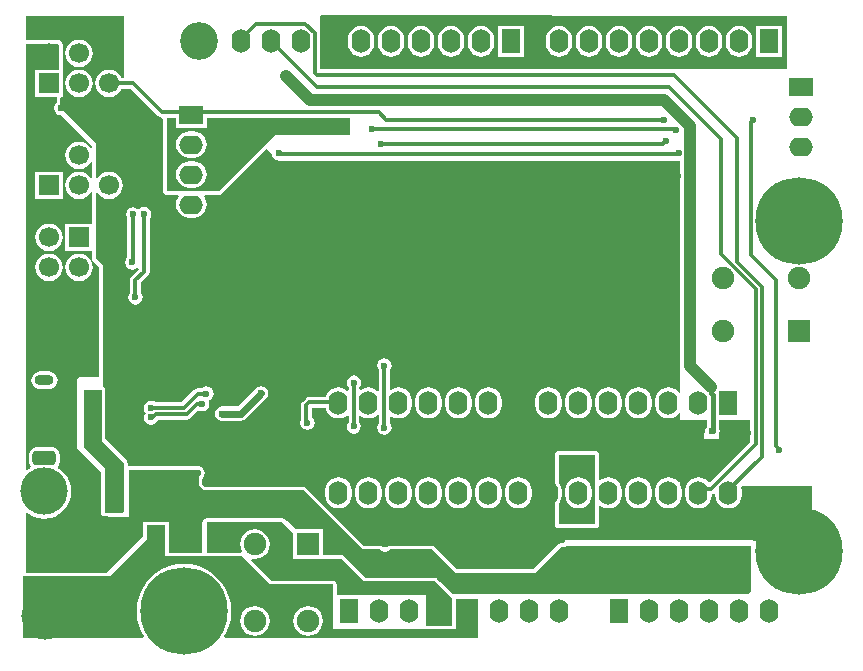
<source format=gbl>
G04*
G04 #@! TF.GenerationSoftware,Altium Limited,Altium Designer,20.1.11 (218)*
G04*
G04 Layer_Physical_Order=2*
G04 Layer_Color=16711680*
%FSLAX25Y25*%
%MOIN*%
G70*
G04*
G04 #@! TF.SameCoordinates,693C8C31-8EEC-4DF3-A6D9-A21B1C167F78*
G04*
G04*
G04 #@! TF.FilePolarity,Positive*
G04*
G01*
G75*
%ADD12C,0.01181*%
%ADD18R,0.07480X0.07480*%
%ADD59R,0.07480X0.07480*%
%ADD60C,0.07480*%
%ADD71C,0.02362*%
%ADD72C,0.03937*%
%ADD74C,0.01575*%
%ADD75O,0.06299X0.07874*%
%ADD76R,0.06299X0.07874*%
%ADD77R,0.06693X0.06693*%
%ADD78C,0.06693*%
%ADD79O,0.07874X0.06299*%
%ADD80R,0.07874X0.06299*%
G04:AMPARAMS|DCode=81|XSize=78.74mil|YSize=47.24mil|CornerRadius=11.81mil|HoleSize=0mil|Usage=FLASHONLY|Rotation=0.000|XOffset=0mil|YOffset=0mil|HoleType=Round|Shape=RoundedRectangle|*
%AMROUNDEDRECTD81*
21,1,0.07874,0.02362,0,0,0.0*
21,1,0.05512,0.04724,0,0,0.0*
1,1,0.02362,0.02756,-0.01181*
1,1,0.02362,-0.02756,-0.01181*
1,1,0.02362,-0.02756,0.01181*
1,1,0.02362,0.02756,0.01181*
%
%ADD81ROUNDEDRECTD81*%
%ADD82C,0.15748*%
%ADD83C,0.12598*%
%ADD84C,0.29134*%
%ADD85C,0.02362*%
%ADD86O,0.06299X0.03543*%
G36*
X255906Y208268D02*
X255906Y190846D01*
X100394Y190847D01*
X100394Y208305D01*
X100748Y208659D01*
X255906Y208268D01*
D02*
G37*
G36*
X35039Y187806D02*
X34152D01*
X33955Y188283D01*
X33229Y189229D01*
X32283Y189955D01*
X31182Y190411D01*
X30000Y190567D01*
X28818Y190411D01*
X27717Y189955D01*
X26771Y189229D01*
X26045Y188283D01*
X25589Y187182D01*
X25433Y186000D01*
X25589Y184818D01*
X26045Y183717D01*
X26771Y182771D01*
X27717Y182045D01*
X28818Y181589D01*
X30000Y181433D01*
X31182Y181589D01*
X32283Y182045D01*
X33229Y182771D01*
X33955Y183717D01*
X34152Y184194D01*
X37252D01*
X46373Y175073D01*
X46959Y174681D01*
X47650Y174544D01*
X48008Y174044D01*
X48008Y155628D01*
X47985Y155512D01*
X48008Y155396D01*
X48008Y150353D01*
X48100Y149893D01*
X48361Y149502D01*
X48361Y149502D01*
X48425Y149438D01*
Y149213D01*
X48650D01*
X48715Y149148D01*
X48715Y149148D01*
X49105Y148887D01*
X49566Y148796D01*
X49566Y148796D01*
X53063Y148796D01*
X53310Y148296D01*
X52910Y147775D01*
X52474Y146721D01*
X52325Y145591D01*
X52474Y144460D01*
X52910Y143406D01*
X53604Y142502D01*
X54509Y141808D01*
X55562Y141371D01*
X56693Y141223D01*
X58268D01*
X59398Y141371D01*
X60452Y141808D01*
X61356Y142502D01*
X62051Y143406D01*
X62487Y144460D01*
X62636Y145591D01*
X62487Y146721D01*
X62051Y147775D01*
X61651Y148296D01*
X61897Y148796D01*
X66536Y148796D01*
X66996Y148888D01*
X67387Y149149D01*
X67387Y149149D01*
X82294Y164056D01*
X82794D01*
X84351Y162499D01*
X84475Y161878D01*
X84997Y161097D01*
X85778Y160575D01*
X86399Y160451D01*
X86811Y160039D01*
X220472Y160039D01*
X220472Y83015D01*
X219972Y82845D01*
X219565Y83376D01*
X218660Y84070D01*
X217607Y84507D01*
X216476Y84655D01*
X215346Y84507D01*
X214292Y84070D01*
X213388Y83376D01*
X212694Y82471D01*
X212257Y81418D01*
X212108Y80287D01*
Y78713D01*
X212257Y77582D01*
X212694Y76529D01*
X213388Y75624D01*
X214292Y74930D01*
X215346Y74493D01*
X216476Y74344D01*
X217607Y74493D01*
X218660Y74930D01*
X219565Y75624D01*
X219972Y76155D01*
X220472Y75985D01*
Y73622D01*
X229194D01*
Y71474D01*
X228877Y71000D01*
X228694Y70079D01*
X228750Y69794D01*
X228445Y69421D01*
X228445Y69421D01*
Y67421D01*
X233071D01*
X233328Y67678D01*
Y69157D01*
X233511Y70079D01*
X233328Y71000D01*
X233208Y71179D01*
Y73622D01*
X243754D01*
Y66522D01*
X230672Y53440D01*
X230597Y53329D01*
X230302Y53034D01*
X229803Y53066D01*
X229565Y53376D01*
X228660Y54070D01*
X227607Y54507D01*
X226476Y54655D01*
X225346Y54507D01*
X224292Y54070D01*
X223388Y53376D01*
X222693Y52471D01*
X222257Y51418D01*
X222108Y50287D01*
Y48713D01*
X222257Y47582D01*
X222693Y46529D01*
X223388Y45624D01*
X224292Y44930D01*
X225346Y44493D01*
X226476Y44344D01*
X227607Y44493D01*
X228660Y44930D01*
X229565Y45624D01*
X230259Y46529D01*
X230696Y47582D01*
X230844Y48713D01*
Y49013D01*
X231283Y49100D01*
X231608Y49317D01*
X232108Y49050D01*
Y48713D01*
X232257Y47582D01*
X232694Y46529D01*
X233388Y45624D01*
X234292Y44930D01*
X235346Y44493D01*
X236476Y44344D01*
X237607Y44493D01*
X238660Y44930D01*
X239565Y45624D01*
X240259Y46529D01*
X240696Y47582D01*
X240844Y48713D01*
Y50287D01*
X240715Y51272D01*
X240943Y51640D01*
X241090Y51772D01*
X263673Y51772D01*
X264173Y51638D01*
Y46063D01*
X263906Y33465D01*
X244882Y33465D01*
X244488Y33858D01*
X220472D01*
X181890Y33858D01*
X180689Y32658D01*
X180670Y32661D01*
X180553Y32638D01*
X180435D01*
X180325Y32593D01*
X180209Y32570D01*
X180110Y32504D01*
X180001Y32458D01*
X179917Y32375D01*
X179818Y32309D01*
X171548Y24039D01*
X146168Y24039D01*
X138647Y31560D01*
X138647Y31560D01*
X138256Y31821D01*
X137795Y31913D01*
X137795Y31913D01*
X123836Y31913D01*
X123720Y31890D01*
X123601Y31890D01*
X123492Y31844D01*
X123375Y31821D01*
X123276Y31755D01*
X123167Y31710D01*
X123083Y31626D01*
X122984Y31560D01*
X122942Y31496D01*
X121153D01*
X121110Y31560D01*
X121011Y31626D01*
X120928Y31710D01*
X120818Y31755D01*
X120719Y31821D01*
X120603Y31844D01*
X120493Y31890D01*
X120375D01*
X120258Y31913D01*
X115066D01*
X95733Y51245D01*
X95343Y51506D01*
X94882Y51598D01*
X94882Y51598D01*
X61916Y51598D01*
X61047Y52467D01*
X61047Y54126D01*
X61303Y54297D01*
X61825Y55078D01*
X62009Y56000D01*
X61825Y56922D01*
X61303Y57703D01*
X60522Y58225D01*
X60219Y58285D01*
X60138Y58366D01*
X59813D01*
X59600Y58408D01*
X59387Y58366D01*
X36244D01*
Y59449D01*
X36152Y59909D01*
X35891Y60300D01*
X35891Y60300D01*
X28763Y67428D01*
X28763Y83858D01*
X28672Y84319D01*
X28411Y84710D01*
X28020Y84971D01*
X27953Y84984D01*
Y88073D01*
X27976Y88189D01*
Y114597D01*
X27953Y114713D01*
Y115287D01*
X27976Y115403D01*
Y124803D01*
X27976Y124803D01*
X27884Y125264D01*
X27623Y125655D01*
X27623Y125655D01*
X25614Y127664D01*
Y130142D01*
X25591Y130259D01*
Y139081D01*
X25614Y139198D01*
Y149495D01*
X25753Y149566D01*
X26113Y149629D01*
X26771Y148771D01*
X27717Y148045D01*
X28818Y147589D01*
X30000Y147433D01*
X31182Y147589D01*
X32283Y148045D01*
X33229Y148771D01*
X33955Y149717D01*
X34411Y150818D01*
X34567Y152000D01*
X34411Y153182D01*
X33955Y154283D01*
X33229Y155229D01*
X32283Y155955D01*
X31182Y156411D01*
X30000Y156567D01*
X28818Y156411D01*
X27717Y155955D01*
X26771Y155229D01*
X26113Y154371D01*
X25753Y154434D01*
X25614Y154505D01*
Y159626D01*
X25591Y159742D01*
X25591Y159861D01*
X25591Y159861D01*
Y164139D01*
X25591Y164139D01*
X25591Y164258D01*
X25614Y164374D01*
Y164961D01*
X25614Y164961D01*
X25591Y165077D01*
Y166196D01*
X14093Y177694D01*
X13525Y178793D01*
X13600Y178867D01*
X13645Y178977D01*
X13711Y179075D01*
X13734Y179192D01*
X13780Y179301D01*
Y179420D01*
X13803Y179536D01*
X13803Y181119D01*
X14156Y181473D01*
X14527D01*
Y190237D01*
X14590Y190551D01*
X14590Y190551D01*
X14590Y198859D01*
X14498Y199320D01*
X14237Y199711D01*
X13884Y200064D01*
X13884Y200064D01*
X13493Y200325D01*
X13032Y200417D01*
X13032Y200417D01*
X11138D01*
X10000Y200567D01*
X8862Y200417D01*
X2362Y200417D01*
X2362Y200417D01*
Y208268D01*
X35039D01*
Y187806D01*
D02*
G37*
G36*
X52362Y174508D02*
Y171260D01*
X62598D01*
Y174508D01*
X110236Y174508D01*
X110236Y169251D01*
X109883Y168898D01*
X85433Y168898D01*
X66536Y150000D01*
X49566Y150000D01*
X49213Y150353D01*
X49213Y174508D01*
X52362D01*
D02*
G37*
G36*
X13032Y199213D02*
X13386Y198859D01*
X13386Y190551D01*
X13362Y190527D01*
X5472D01*
Y181473D01*
X12598D01*
X12598Y179536D01*
X12390Y179397D01*
X11868Y178616D01*
X11685Y177694D01*
X11868Y176772D01*
X12390Y175991D01*
X13171Y175469D01*
X14083Y175287D01*
X24409Y164961D01*
Y164374D01*
X24393Y164371D01*
X23909Y164342D01*
X23229Y165229D01*
X22283Y165955D01*
X21182Y166411D01*
X20000Y166567D01*
X18818Y166411D01*
X17717Y165955D01*
X16771Y165229D01*
X16045Y164283D01*
X15589Y163182D01*
X15433Y162000D01*
X15589Y160818D01*
X16045Y159717D01*
X16771Y158771D01*
X17717Y158045D01*
X18818Y157589D01*
X20000Y157433D01*
X21182Y157589D01*
X22283Y158045D01*
X23229Y158771D01*
X23909Y159658D01*
X24393Y159629D01*
X24409Y159626D01*
Y154374D01*
X24393Y154370D01*
X23909Y154342D01*
X23229Y155229D01*
X22283Y155955D01*
X21182Y156411D01*
X20000Y156567D01*
X18818Y156411D01*
X17717Y155955D01*
X16771Y155229D01*
X16045Y154283D01*
X15589Y153182D01*
X15433Y152000D01*
X15589Y150818D01*
X16045Y149717D01*
X16771Y148771D01*
X17717Y148045D01*
X18818Y147589D01*
X20000Y147433D01*
X21182Y147589D01*
X22283Y148045D01*
X23229Y148771D01*
X23909Y149658D01*
X24393Y149629D01*
X24409Y149626D01*
Y139198D01*
X15473D01*
Y130142D01*
X24409D01*
Y127165D01*
X26772Y124803D01*
Y115403D01*
X26691Y115000D01*
X26772Y114597D01*
Y88189D01*
X20079Y88189D01*
X19291Y87402D01*
Y64567D01*
X27339Y56519D01*
Y42914D01*
X27431Y42453D01*
X27431Y42453D01*
X27692Y42062D01*
X27692Y42062D01*
X28082Y41801D01*
X28082Y41801D01*
X28543Y41709D01*
X29506Y41709D01*
X29807Y41649D01*
X30020Y41437D01*
X36614Y41437D01*
X36614Y57087D01*
X59489Y57087D01*
X59843Y56733D01*
X59842Y51968D01*
X61417Y50394D01*
X94882Y50394D01*
X114567Y30709D01*
X120258D01*
X120344Y30580D01*
X121125Y30058D01*
X122047Y29875D01*
X122969Y30058D01*
X123750Y30580D01*
X123836Y30709D01*
X137795Y30709D01*
X145669Y22835D01*
X172047Y22835D01*
X180670Y31457D01*
X181000Y31392D01*
X181922Y31575D01*
X182393Y31890D01*
X244094Y31890D01*
Y16929D01*
X242913Y15748D01*
X144587Y15748D01*
X140551Y19783D01*
X140483D01*
X139435Y20832D01*
X139435Y20832D01*
X139435Y20832D01*
X139264Y20946D01*
X139044Y21093D01*
X139044Y21093D01*
X139044Y21093D01*
X138864Y21129D01*
X138584Y21185D01*
X138583Y21185D01*
X138583Y21185D01*
X115558Y21184D01*
X113056Y23686D01*
X113056Y23686D01*
X108332Y28411D01*
X107941Y28672D01*
X107480Y28763D01*
X107480Y28763D01*
X101279D01*
Y37317D01*
X92211D01*
X89370Y40157D01*
X89105D01*
X88647Y40615D01*
X88256Y40876D01*
X87795Y40968D01*
X87795Y40968D01*
X62598Y40968D01*
X62138Y40876D01*
X61747Y40615D01*
X61486Y40225D01*
X61472Y40157D01*
X61417D01*
X61024Y39764D01*
Y29551D01*
X50458D01*
X50079Y29930D01*
Y39764D01*
X48935Y39764D01*
X48819Y39787D01*
X42873D01*
X42873Y39787D01*
X42757Y39764D01*
X41417D01*
Y38705D01*
X41407Y38690D01*
X41315Y38229D01*
X41315Y38229D01*
X41316Y35016D01*
X29157Y22858D01*
X2362Y22858D01*
Y42656D01*
X2814Y42870D01*
X3345Y42434D01*
X4918Y41594D01*
X6625Y41076D01*
X8400Y40901D01*
X10175Y41076D01*
X11882Y41594D01*
X13455Y42434D01*
X14834Y43566D01*
X15966Y44945D01*
X16806Y46518D01*
X17324Y48225D01*
X17499Y50000D01*
X17324Y51775D01*
X16806Y53482D01*
X15966Y55055D01*
X14834Y56434D01*
X13455Y57565D01*
X13171Y57718D01*
X13090Y58328D01*
X13481Y58913D01*
X13664Y59835D01*
Y62197D01*
X13481Y63118D01*
X12959Y63900D01*
X12178Y64422D01*
X11256Y64605D01*
X5744D01*
X4822Y64422D01*
X4041Y63900D01*
X3519Y63118D01*
X3336Y62197D01*
Y59835D01*
X3519Y58913D01*
X3857Y58406D01*
X3740Y57777D01*
X3345Y57565D01*
X2814Y57130D01*
X2362Y57344D01*
X2362Y199213D01*
X13032Y199213D01*
D02*
G37*
G36*
X27559Y66929D02*
X35039Y59449D01*
Y43267D01*
X34686Y42913D01*
X28543Y42914D01*
Y57018D01*
X28543Y57677D01*
X21654Y64567D01*
X21654Y83858D01*
X27559Y83858D01*
X27559Y66929D01*
D02*
G37*
G36*
X91437Y36122D02*
Y27474D01*
X101279D01*
Y27559D01*
X107480D01*
X112205Y22835D01*
X115059Y19980D01*
X138583Y19980D01*
X144465Y14097D01*
X144465Y5141D01*
X135827D01*
Y15354D01*
X106496Y15354D01*
X105929Y15922D01*
Y18996D01*
X105837Y19457D01*
X105576Y19848D01*
X105185Y20109D01*
X104724Y20200D01*
X84259D01*
X77363Y27095D01*
X77597Y27569D01*
X78642Y27432D01*
X79926Y27601D01*
X81124Y28097D01*
X82152Y28885D01*
X82940Y29913D01*
X83436Y31111D01*
X83605Y32395D01*
X83436Y33680D01*
X82940Y34877D01*
X82152Y35905D01*
X81124Y36694D01*
X79926Y37190D01*
X78642Y37359D01*
X77357Y37190D01*
X76160Y36694D01*
X75132Y35905D01*
X74343Y34877D01*
X73847Y33680D01*
X73678Y32395D01*
X73847Y31111D01*
X74286Y30051D01*
X74110Y29673D01*
X73991Y29551D01*
X62598Y29551D01*
X62598Y39764D01*
X87795Y39764D01*
X91437Y36122D01*
D02*
G37*
G36*
X48819Y28346D02*
X74410Y28346D01*
X83760Y18996D01*
X104724D01*
Y3937D01*
X145669D01*
X145669Y14173D01*
X153150Y14173D01*
X153150Y1181D01*
X68577Y1181D01*
X68333Y1617D01*
X69075Y2828D01*
X70024Y5119D01*
X70602Y7529D01*
X70797Y10000D01*
X70602Y12471D01*
X70024Y14882D01*
X69075Y17172D01*
X67780Y19285D01*
X66170Y21170D01*
X64285Y22780D01*
X62172Y24075D01*
X59882Y25024D01*
X57471Y25602D01*
X55000Y25797D01*
X52529Y25602D01*
X50118Y25024D01*
X47828Y24075D01*
X45715Y22780D01*
X43830Y21170D01*
X42220Y19285D01*
X40925Y17172D01*
X39976Y14882D01*
X39398Y12471D01*
X39203Y10000D01*
X39398Y7529D01*
X39976Y5119D01*
X40925Y2828D01*
X41667Y1617D01*
X41423Y1181D01*
X1181D01*
Y21654D01*
X30315Y21654D01*
X42520Y33858D01*
X42520Y38229D01*
X42873Y38583D01*
X48819D01*
X48819Y28346D01*
D02*
G37*
%LPC*%
G36*
X254331Y205118D02*
X245669D01*
Y194882D01*
X254331D01*
Y205118D01*
D02*
G37*
G36*
X168331D02*
X159669D01*
Y194882D01*
X168331D01*
Y205118D01*
D02*
G37*
G36*
X240000Y205155D02*
X238870Y205007D01*
X237816Y204570D01*
X236911Y203876D01*
X236217Y202971D01*
X235781Y201918D01*
X235632Y200787D01*
Y199213D01*
X235781Y198082D01*
X236217Y197029D01*
X236911Y196124D01*
X237816Y195430D01*
X238870Y194993D01*
X240000Y194844D01*
X241130Y194993D01*
X242184Y195430D01*
X243089Y196124D01*
X243783Y197029D01*
X244219Y198082D01*
X244368Y199213D01*
Y200787D01*
X244219Y201918D01*
X243783Y202971D01*
X243089Y203876D01*
X242184Y204570D01*
X241130Y205007D01*
X240000Y205155D01*
D02*
G37*
G36*
X230000D02*
X228870Y205007D01*
X227816Y204570D01*
X226911Y203876D01*
X226217Y202971D01*
X225781Y201918D01*
X225632Y200787D01*
Y199213D01*
X225781Y198082D01*
X226217Y197029D01*
X226911Y196124D01*
X227816Y195430D01*
X228870Y194993D01*
X230000Y194844D01*
X231131Y194993D01*
X232184Y195430D01*
X233089Y196124D01*
X233783Y197029D01*
X234219Y198082D01*
X234368Y199213D01*
Y200787D01*
X234219Y201918D01*
X233783Y202971D01*
X233089Y203876D01*
X232184Y204570D01*
X231131Y205007D01*
X230000Y205155D01*
D02*
G37*
G36*
X220000D02*
X218869Y205007D01*
X217816Y204570D01*
X216911Y203876D01*
X216217Y202971D01*
X215781Y201918D01*
X215632Y200787D01*
Y199213D01*
X215781Y198082D01*
X216217Y197029D01*
X216911Y196124D01*
X217816Y195430D01*
X218869Y194993D01*
X220000Y194844D01*
X221130Y194993D01*
X222184Y195430D01*
X223089Y196124D01*
X223783Y197029D01*
X224219Y198082D01*
X224368Y199213D01*
Y200787D01*
X224219Y201918D01*
X223783Y202971D01*
X223089Y203876D01*
X222184Y204570D01*
X221130Y205007D01*
X220000Y205155D01*
D02*
G37*
G36*
X210000D02*
X208870Y205007D01*
X207816Y204570D01*
X206911Y203876D01*
X206217Y202971D01*
X205781Y201918D01*
X205632Y200787D01*
Y199213D01*
X205781Y198082D01*
X206217Y197029D01*
X206911Y196124D01*
X207816Y195430D01*
X208870Y194993D01*
X210000Y194844D01*
X211130Y194993D01*
X212184Y195430D01*
X213089Y196124D01*
X213783Y197029D01*
X214219Y198082D01*
X214368Y199213D01*
Y200787D01*
X214219Y201918D01*
X213783Y202971D01*
X213089Y203876D01*
X212184Y204570D01*
X211130Y205007D01*
X210000Y205155D01*
D02*
G37*
G36*
X200000D02*
X198870Y205007D01*
X197816Y204570D01*
X196911Y203876D01*
X196217Y202971D01*
X195781Y201918D01*
X195632Y200787D01*
Y199213D01*
X195781Y198082D01*
X196217Y197029D01*
X196911Y196124D01*
X197816Y195430D01*
X198870Y194993D01*
X200000Y194844D01*
X201131Y194993D01*
X202184Y195430D01*
X203089Y196124D01*
X203783Y197029D01*
X204219Y198082D01*
X204368Y199213D01*
Y200787D01*
X204219Y201918D01*
X203783Y202971D01*
X203089Y203876D01*
X202184Y204570D01*
X201131Y205007D01*
X200000Y205155D01*
D02*
G37*
G36*
X190000D02*
X188870Y205007D01*
X187816Y204570D01*
X186911Y203876D01*
X186217Y202971D01*
X185781Y201918D01*
X185632Y200787D01*
Y199213D01*
X185781Y198082D01*
X186217Y197029D01*
X186911Y196124D01*
X187816Y195430D01*
X188870Y194993D01*
X190000Y194844D01*
X191130Y194993D01*
X192184Y195430D01*
X193089Y196124D01*
X193783Y197029D01*
X194219Y198082D01*
X194368Y199213D01*
Y200787D01*
X194219Y201918D01*
X193783Y202971D01*
X193089Y203876D01*
X192184Y204570D01*
X191130Y205007D01*
X190000Y205155D01*
D02*
G37*
G36*
X180000D02*
X178869Y205007D01*
X177816Y204570D01*
X176911Y203876D01*
X176217Y202971D01*
X175781Y201918D01*
X175632Y200787D01*
Y199213D01*
X175781Y198082D01*
X176217Y197029D01*
X176911Y196124D01*
X177816Y195430D01*
X178869Y194993D01*
X180000Y194844D01*
X181131Y194993D01*
X182184Y195430D01*
X183089Y196124D01*
X183783Y197029D01*
X184219Y198082D01*
X184368Y199213D01*
Y200787D01*
X184219Y201918D01*
X183783Y202971D01*
X183089Y203876D01*
X182184Y204570D01*
X181131Y205007D01*
X180000Y205155D01*
D02*
G37*
G36*
X154000D02*
X152869Y205007D01*
X151816Y204570D01*
X150911Y203876D01*
X150217Y202971D01*
X149781Y201918D01*
X149632Y200787D01*
Y199213D01*
X149781Y198082D01*
X150217Y197029D01*
X150911Y196124D01*
X151816Y195430D01*
X152869Y194993D01*
X154000Y194844D01*
X155131Y194993D01*
X156184Y195430D01*
X157089Y196124D01*
X157783Y197029D01*
X158219Y198082D01*
X158368Y199213D01*
Y200787D01*
X158219Y201918D01*
X157783Y202971D01*
X157089Y203876D01*
X156184Y204570D01*
X155131Y205007D01*
X154000Y205155D01*
D02*
G37*
G36*
X144000D02*
X142869Y205007D01*
X141816Y204570D01*
X140911Y203876D01*
X140217Y202971D01*
X139781Y201918D01*
X139632Y200787D01*
Y199213D01*
X139781Y198082D01*
X140217Y197029D01*
X140911Y196124D01*
X141816Y195430D01*
X142869Y194993D01*
X144000Y194844D01*
X145131Y194993D01*
X146184Y195430D01*
X147089Y196124D01*
X147783Y197029D01*
X148219Y198082D01*
X148368Y199213D01*
Y200787D01*
X148219Y201918D01*
X147783Y202971D01*
X147089Y203876D01*
X146184Y204570D01*
X145131Y205007D01*
X144000Y205155D01*
D02*
G37*
G36*
X134000D02*
X132870Y205007D01*
X131816Y204570D01*
X130911Y203876D01*
X130217Y202971D01*
X129781Y201918D01*
X129632Y200787D01*
Y199213D01*
X129781Y198082D01*
X130217Y197029D01*
X130911Y196124D01*
X131816Y195430D01*
X132870Y194993D01*
X134000Y194844D01*
X135131Y194993D01*
X136184Y195430D01*
X137089Y196124D01*
X137783Y197029D01*
X138219Y198082D01*
X138368Y199213D01*
Y200787D01*
X138219Y201918D01*
X137783Y202971D01*
X137089Y203876D01*
X136184Y204570D01*
X135131Y205007D01*
X134000Y205155D01*
D02*
G37*
G36*
X124000D02*
X122870Y205007D01*
X121816Y204570D01*
X120911Y203876D01*
X120217Y202971D01*
X119781Y201918D01*
X119632Y200787D01*
Y199213D01*
X119781Y198082D01*
X120217Y197029D01*
X120911Y196124D01*
X121816Y195430D01*
X122870Y194993D01*
X124000Y194844D01*
X125130Y194993D01*
X126184Y195430D01*
X127089Y196124D01*
X127783Y197029D01*
X128219Y198082D01*
X128368Y199213D01*
Y200787D01*
X128219Y201918D01*
X127783Y202971D01*
X127089Y203876D01*
X126184Y204570D01*
X125130Y205007D01*
X124000Y205155D01*
D02*
G37*
G36*
X114000D02*
X112870Y205007D01*
X111816Y204570D01*
X110911Y203876D01*
X110217Y202971D01*
X109781Y201918D01*
X109632Y200787D01*
Y199213D01*
X109781Y198082D01*
X110217Y197029D01*
X110911Y196124D01*
X111816Y195430D01*
X112870Y194993D01*
X114000Y194844D01*
X115130Y194993D01*
X116184Y195430D01*
X117089Y196124D01*
X117783Y197029D01*
X118219Y198082D01*
X118368Y199213D01*
Y200787D01*
X118219Y201918D01*
X117783Y202971D01*
X117089Y203876D01*
X116184Y204570D01*
X115130Y205007D01*
X114000Y205155D01*
D02*
G37*
G36*
X20000Y200567D02*
X18818Y200411D01*
X17717Y199955D01*
X16771Y199229D01*
X16045Y198283D01*
X15589Y197182D01*
X15433Y196000D01*
X15589Y194818D01*
X16045Y193717D01*
X16771Y192771D01*
X17717Y192045D01*
X18818Y191589D01*
X20000Y191433D01*
X21182Y191589D01*
X22283Y192045D01*
X23229Y192771D01*
X23955Y193717D01*
X24411Y194818D01*
X24567Y196000D01*
X24411Y197182D01*
X23955Y198283D01*
X23229Y199229D01*
X22283Y199955D01*
X21182Y200411D01*
X20000Y200567D01*
D02*
G37*
G36*
Y190567D02*
X18818Y190411D01*
X17717Y189955D01*
X16771Y189229D01*
X16045Y188283D01*
X15589Y187182D01*
X15433Y186000D01*
X15589Y184818D01*
X16045Y183717D01*
X16771Y182771D01*
X17717Y182045D01*
X18818Y181589D01*
X20000Y181433D01*
X21182Y181589D01*
X22283Y182045D01*
X23229Y182771D01*
X23955Y183717D01*
X24411Y184818D01*
X24567Y186000D01*
X24411Y187182D01*
X23955Y188283D01*
X23229Y189229D01*
X22283Y189955D01*
X21182Y190411D01*
X20000Y190567D01*
D02*
G37*
G36*
X41732Y144830D02*
X40811Y144646D01*
X40237Y144263D01*
X39991Y144132D01*
X39495Y144225D01*
X39012Y144548D01*
X38091Y144731D01*
X37169Y144548D01*
X36388Y144026D01*
X35865Y143245D01*
X35682Y142323D01*
X35865Y141401D01*
X36137Y140995D01*
Y128012D01*
X36092Y127983D01*
X35570Y127201D01*
X35387Y126279D01*
X35570Y125358D01*
X36092Y124576D01*
X36874Y124054D01*
X37795Y123871D01*
X38717Y124054D01*
X39328Y124462D01*
X39814Y124278D01*
X39862Y123913D01*
X37502Y121553D01*
X37111Y120967D01*
X36973Y120276D01*
Y116214D01*
X36554Y115587D01*
X36371Y114665D01*
X36554Y113744D01*
X37077Y112962D01*
X37858Y112440D01*
X38780Y112257D01*
X39701Y112440D01*
X40483Y112962D01*
X41005Y113744D01*
X41188Y114665D01*
X41005Y115587D01*
X40586Y116214D01*
Y119527D01*
X43010Y121951D01*
X43401Y122537D01*
X43539Y123228D01*
Y140873D01*
X43957Y141500D01*
X44141Y142421D01*
X43957Y143343D01*
X43435Y144124D01*
X42654Y144646D01*
X41732Y144830D01*
D02*
G37*
G36*
X121800Y94309D02*
X120878Y94125D01*
X120097Y93603D01*
X119575Y92822D01*
X119392Y91900D01*
X119575Y90978D01*
X119994Y90352D01*
Y83558D01*
X119494Y83431D01*
X118660Y84070D01*
X117607Y84507D01*
X116476Y84655D01*
X115346Y84507D01*
X114292Y84070D01*
X113905Y83773D01*
X113456Y83994D01*
Y84577D01*
X113925Y85278D01*
X114109Y86200D01*
X113925Y87122D01*
X113403Y87903D01*
X112622Y88425D01*
X111700Y88608D01*
X110778Y88425D01*
X109997Y87903D01*
X109475Y87122D01*
X109292Y86200D01*
X109475Y85278D01*
X109844Y84726D01*
Y83793D01*
X109344Y83546D01*
X108660Y84070D01*
X107607Y84507D01*
X106476Y84655D01*
X105346Y84507D01*
X104292Y84070D01*
X103388Y83376D01*
X102693Y82471D01*
X102257Y81418D01*
X102256Y81406D01*
X96800D01*
X96109Y81269D01*
X95523Y80877D01*
X94523Y79877D01*
X94131Y79291D01*
X93994Y78600D01*
Y73842D01*
X93936Y73756D01*
X93753Y72835D01*
X93936Y71913D01*
X94458Y71132D01*
X95240Y70609D01*
X96161Y70426D01*
X97083Y70609D01*
X97865Y71132D01*
X98387Y71913D01*
X98570Y72835D01*
X98387Y73756D01*
X97865Y74538D01*
X97606Y74710D01*
Y77794D01*
X102229D01*
X102257Y77582D01*
X102693Y76529D01*
X103388Y75624D01*
X104292Y74930D01*
X105346Y74493D01*
X106476Y74344D01*
X107607Y74493D01*
X108660Y74930D01*
X109344Y75454D01*
X109844Y75207D01*
Y73223D01*
X109375Y72522D01*
X109192Y71600D01*
X109375Y70678D01*
X109897Y69897D01*
X110678Y69375D01*
X111600Y69191D01*
X112522Y69375D01*
X113303Y69897D01*
X113825Y70678D01*
X114008Y71600D01*
X113825Y72522D01*
X113456Y73074D01*
Y75006D01*
X113905Y75227D01*
X114292Y74930D01*
X115346Y74493D01*
X116476Y74344D01*
X117607Y74493D01*
X118660Y74930D01*
X119494Y75569D01*
X119994Y75442D01*
Y72748D01*
X119575Y72122D01*
X119392Y71200D01*
X119575Y70278D01*
X120097Y69497D01*
X120878Y68975D01*
X121800Y68792D01*
X122722Y68975D01*
X123503Y69497D01*
X124025Y70278D01*
X124208Y71200D01*
X124025Y72122D01*
X123606Y72748D01*
Y74891D01*
X124055Y75112D01*
X124292Y74930D01*
X125346Y74493D01*
X126476Y74344D01*
X127607Y74493D01*
X128660Y74930D01*
X129565Y75624D01*
X130259Y76529D01*
X130696Y77582D01*
X130844Y78713D01*
Y80287D01*
X130696Y81418D01*
X130259Y82471D01*
X129565Y83376D01*
X128660Y84070D01*
X127607Y84507D01*
X126476Y84655D01*
X125346Y84507D01*
X124292Y84070D01*
X124055Y83888D01*
X123606Y84109D01*
Y90352D01*
X124025Y90978D01*
X124208Y91900D01*
X124025Y92822D01*
X123503Y93603D01*
X122722Y94125D01*
X121800Y94309D01*
D02*
G37*
G36*
X62500Y84987D02*
X61578Y84804D01*
X60952Y84385D01*
X59668D01*
X58977Y84248D01*
X58391Y83856D01*
X54141Y79606D01*
X45548D01*
X44922Y80025D01*
X44000Y80208D01*
X43078Y80025D01*
X42297Y79503D01*
X41775Y78722D01*
X41592Y77800D01*
X41775Y76878D01*
X42211Y76225D01*
X41775Y75572D01*
X41592Y74650D01*
X41775Y73729D01*
X42297Y72947D01*
X43078Y72425D01*
X44000Y72242D01*
X44922Y72425D01*
X45703Y72947D01*
X46225Y73729D01*
X46258Y73894D01*
X55900D01*
X56592Y74031D01*
X57178Y74423D01*
X59780Y77025D01*
X60102Y76810D01*
X61024Y76627D01*
X61945Y76810D01*
X62727Y77332D01*
X63249Y78114D01*
X63432Y79035D01*
X63249Y79957D01*
X63412Y80352D01*
X63422Y80354D01*
X64203Y80876D01*
X64725Y81657D01*
X64908Y82579D01*
X64725Y83500D01*
X64203Y84282D01*
X63422Y84804D01*
X62500Y84987D01*
D02*
G37*
G36*
X206476Y84655D02*
X205346Y84507D01*
X204292Y84070D01*
X203388Y83376D01*
X202694Y82471D01*
X202257Y81418D01*
X202108Y80287D01*
Y78713D01*
X202257Y77582D01*
X202694Y76529D01*
X203388Y75624D01*
X204292Y74930D01*
X205346Y74493D01*
X206476Y74344D01*
X207607Y74493D01*
X208660Y74930D01*
X209565Y75624D01*
X210259Y76529D01*
X210696Y77582D01*
X210844Y78713D01*
Y80287D01*
X210696Y81418D01*
X210259Y82471D01*
X209565Y83376D01*
X208660Y84070D01*
X207607Y84507D01*
X206476Y84655D01*
D02*
G37*
G36*
X196476D02*
X195346Y84507D01*
X194292Y84070D01*
X193388Y83376D01*
X192693Y82471D01*
X192257Y81418D01*
X192108Y80287D01*
Y78713D01*
X192257Y77582D01*
X192693Y76529D01*
X193388Y75624D01*
X194292Y74930D01*
X195346Y74493D01*
X196476Y74344D01*
X197607Y74493D01*
X198660Y74930D01*
X199565Y75624D01*
X200259Y76529D01*
X200696Y77582D01*
X200845Y78713D01*
Y80287D01*
X200696Y81418D01*
X200259Y82471D01*
X199565Y83376D01*
X198660Y84070D01*
X197607Y84507D01*
X196476Y84655D01*
D02*
G37*
G36*
X186476D02*
X185346Y84507D01*
X184292Y84070D01*
X183388Y83376D01*
X182694Y82471D01*
X182257Y81418D01*
X182108Y80287D01*
Y78713D01*
X182257Y77582D01*
X182694Y76529D01*
X183388Y75624D01*
X184292Y74930D01*
X185346Y74493D01*
X186476Y74344D01*
X187607Y74493D01*
X188660Y74930D01*
X189565Y75624D01*
X190259Y76529D01*
X190696Y77582D01*
X190845Y78713D01*
Y80287D01*
X190696Y81418D01*
X190259Y82471D01*
X189565Y83376D01*
X188660Y84070D01*
X187607Y84507D01*
X186476Y84655D01*
D02*
G37*
G36*
X176476D02*
X175346Y84507D01*
X174292Y84070D01*
X173388Y83376D01*
X172694Y82471D01*
X172257Y81418D01*
X172108Y80287D01*
Y78713D01*
X172257Y77582D01*
X172694Y76529D01*
X173388Y75624D01*
X174292Y74930D01*
X175346Y74493D01*
X176476Y74344D01*
X177607Y74493D01*
X178660Y74930D01*
X179565Y75624D01*
X180259Y76529D01*
X180696Y77582D01*
X180844Y78713D01*
Y80287D01*
X180696Y81418D01*
X180259Y82471D01*
X179565Y83376D01*
X178660Y84070D01*
X177607Y84507D01*
X176476Y84655D01*
D02*
G37*
G36*
X156476D02*
X155346Y84507D01*
X154292Y84070D01*
X153388Y83376D01*
X152693Y82471D01*
X152257Y81418D01*
X152108Y80287D01*
Y78713D01*
X152257Y77582D01*
X152693Y76529D01*
X153388Y75624D01*
X154292Y74930D01*
X155346Y74493D01*
X156476Y74344D01*
X157607Y74493D01*
X158660Y74930D01*
X159565Y75624D01*
X160259Y76529D01*
X160696Y77582D01*
X160845Y78713D01*
Y80287D01*
X160696Y81418D01*
X160259Y82471D01*
X159565Y83376D01*
X158660Y84070D01*
X157607Y84507D01*
X156476Y84655D01*
D02*
G37*
G36*
X146476D02*
X145346Y84507D01*
X144292Y84070D01*
X143388Y83376D01*
X142693Y82471D01*
X142257Y81418D01*
X142108Y80287D01*
Y78713D01*
X142257Y77582D01*
X142693Y76529D01*
X143388Y75624D01*
X144292Y74930D01*
X145346Y74493D01*
X146476Y74344D01*
X147607Y74493D01*
X148660Y74930D01*
X149565Y75624D01*
X150259Y76529D01*
X150696Y77582D01*
X150845Y78713D01*
Y80287D01*
X150696Y81418D01*
X150259Y82471D01*
X149565Y83376D01*
X148660Y84070D01*
X147607Y84507D01*
X146476Y84655D01*
D02*
G37*
G36*
X136476D02*
X135346Y84507D01*
X134292Y84070D01*
X133388Y83376D01*
X132694Y82471D01*
X132257Y81418D01*
X132108Y80287D01*
Y78713D01*
X132257Y77582D01*
X132694Y76529D01*
X133388Y75624D01*
X134292Y74930D01*
X135346Y74493D01*
X136476Y74344D01*
X137607Y74493D01*
X138660Y74930D01*
X139565Y75624D01*
X140259Y76529D01*
X140696Y77582D01*
X140845Y78713D01*
Y80287D01*
X140696Y81418D01*
X140259Y82471D01*
X139565Y83376D01*
X138660Y84070D01*
X137607Y84507D01*
X136476Y84655D01*
D02*
G37*
G36*
X80700Y85109D02*
X79778Y84925D01*
X78997Y84403D01*
X72888Y78294D01*
X67618D01*
X66696Y78111D01*
X65915Y77589D01*
X65393Y76807D01*
X65210Y75886D01*
X65393Y74964D01*
X65915Y74183D01*
X66696Y73661D01*
X67618Y73477D01*
X73886D01*
X74808Y73661D01*
X75589Y74183D01*
X82403Y80997D01*
X82925Y81778D01*
X83109Y82700D01*
X82925Y83622D01*
X82403Y84403D01*
X81622Y84925D01*
X80700Y85109D01*
D02*
G37*
G36*
X216476Y54655D02*
X215346Y54507D01*
X214292Y54070D01*
X213388Y53376D01*
X212694Y52471D01*
X212257Y51418D01*
X212108Y50287D01*
Y48713D01*
X212257Y47582D01*
X212694Y46529D01*
X213388Y45624D01*
X214292Y44930D01*
X215346Y44493D01*
X216476Y44344D01*
X217607Y44493D01*
X218660Y44930D01*
X219565Y45624D01*
X219972Y46155D01*
X220472Y45985D01*
Y47043D01*
X220696Y47582D01*
X220845Y48713D01*
Y50287D01*
X220696Y51418D01*
X220472Y51957D01*
Y53015D01*
X219972Y52845D01*
X219565Y53376D01*
X218660Y54070D01*
X217607Y54507D01*
X216476Y54655D01*
D02*
G37*
G36*
X206476D02*
X205346Y54507D01*
X204292Y54070D01*
X203388Y53376D01*
X202694Y52471D01*
X202257Y51418D01*
X202108Y50287D01*
Y48713D01*
X202257Y47582D01*
X202694Y46529D01*
X203388Y45624D01*
X204292Y44930D01*
X205346Y44493D01*
X206476Y44344D01*
X207607Y44493D01*
X208660Y44930D01*
X209565Y45624D01*
X210259Y46529D01*
X210696Y47582D01*
X210844Y48713D01*
Y50287D01*
X210696Y51418D01*
X210259Y52471D01*
X209565Y53376D01*
X208660Y54070D01*
X207607Y54507D01*
X206476Y54655D01*
D02*
G37*
G36*
X192126Y63409D02*
X179921D01*
X179460Y63317D01*
X179070Y63056D01*
X178809Y62666D01*
X178717Y62205D01*
Y52912D01*
X178748Y52757D01*
X178758Y52600D01*
X178793Y52529D01*
X178809Y52451D01*
X178896Y52320D01*
X178966Y52179D01*
X179207Y51864D01*
X179522Y51104D01*
X179640Y50208D01*
Y48792D01*
X179522Y47896D01*
X179207Y47136D01*
X178966Y46821D01*
X178896Y46680D01*
X178809Y46549D01*
X178793Y46471D01*
X178758Y46400D01*
X178748Y46243D01*
X178717Y46088D01*
Y38976D01*
X178809Y38515D01*
X179070Y38125D01*
X179460Y37864D01*
X179921Y37772D01*
X192126D01*
X192587Y37864D01*
X192977Y38125D01*
X193239Y38515D01*
X193330Y38976D01*
Y45038D01*
X193830Y45284D01*
X194292Y44930D01*
X195346Y44493D01*
X196476Y44344D01*
X197607Y44493D01*
X198660Y44930D01*
X199565Y45624D01*
X200259Y46529D01*
X200696Y47582D01*
X200845Y48713D01*
Y50287D01*
X200696Y51418D01*
X200259Y52471D01*
X199565Y53376D01*
X198660Y54070D01*
X197607Y54507D01*
X196476Y54655D01*
X195346Y54507D01*
X194292Y54070D01*
X193830Y53716D01*
X193330Y53962D01*
Y62205D01*
X193239Y62666D01*
X192977Y63056D01*
X192587Y63317D01*
X192126Y63409D01*
D02*
G37*
G36*
X166476Y54655D02*
X165346Y54507D01*
X164292Y54070D01*
X163388Y53376D01*
X162694Y52471D01*
X162257Y51418D01*
X162108Y50287D01*
Y48713D01*
X162257Y47582D01*
X162694Y46529D01*
X163388Y45624D01*
X164292Y44930D01*
X165346Y44493D01*
X166476Y44344D01*
X167607Y44493D01*
X168660Y44930D01*
X169565Y45624D01*
X170259Y46529D01*
X170696Y47582D01*
X170844Y48713D01*
Y50287D01*
X170696Y51418D01*
X170259Y52471D01*
X169565Y53376D01*
X168660Y54070D01*
X167607Y54507D01*
X166476Y54655D01*
D02*
G37*
G36*
X156476D02*
X155346Y54507D01*
X154292Y54070D01*
X153388Y53376D01*
X152693Y52471D01*
X152257Y51418D01*
X152108Y50287D01*
Y48713D01*
X152257Y47582D01*
X152693Y46529D01*
X153388Y45624D01*
X154292Y44930D01*
X155346Y44493D01*
X156476Y44344D01*
X157607Y44493D01*
X158660Y44930D01*
X159565Y45624D01*
X160259Y46529D01*
X160696Y47582D01*
X160845Y48713D01*
Y50287D01*
X160696Y51418D01*
X160259Y52471D01*
X159565Y53376D01*
X158660Y54070D01*
X157607Y54507D01*
X156476Y54655D01*
D02*
G37*
G36*
X146476D02*
X145346Y54507D01*
X144292Y54070D01*
X143388Y53376D01*
X142693Y52471D01*
X142257Y51418D01*
X142108Y50287D01*
Y48713D01*
X142257Y47582D01*
X142693Y46529D01*
X143388Y45624D01*
X144292Y44930D01*
X145346Y44493D01*
X146476Y44344D01*
X147607Y44493D01*
X148660Y44930D01*
X149565Y45624D01*
X150259Y46529D01*
X150696Y47582D01*
X150845Y48713D01*
Y50287D01*
X150696Y51418D01*
X150259Y52471D01*
X149565Y53376D01*
X148660Y54070D01*
X147607Y54507D01*
X146476Y54655D01*
D02*
G37*
G36*
X136476D02*
X135346Y54507D01*
X134292Y54070D01*
X133388Y53376D01*
X132694Y52471D01*
X132257Y51418D01*
X132108Y50287D01*
Y48713D01*
X132257Y47582D01*
X132694Y46529D01*
X133388Y45624D01*
X134292Y44930D01*
X135346Y44493D01*
X136476Y44344D01*
X137607Y44493D01*
X138660Y44930D01*
X139565Y45624D01*
X140259Y46529D01*
X140696Y47582D01*
X140845Y48713D01*
Y50287D01*
X140696Y51418D01*
X140259Y52471D01*
X139565Y53376D01*
X138660Y54070D01*
X137607Y54507D01*
X136476Y54655D01*
D02*
G37*
G36*
X126476D02*
X125346Y54507D01*
X124292Y54070D01*
X123388Y53376D01*
X122694Y52471D01*
X122257Y51418D01*
X122108Y50287D01*
Y48713D01*
X122257Y47582D01*
X122694Y46529D01*
X123388Y45624D01*
X124292Y44930D01*
X125346Y44493D01*
X126476Y44344D01*
X127607Y44493D01*
X128660Y44930D01*
X129565Y45624D01*
X130259Y46529D01*
X130696Y47582D01*
X130844Y48713D01*
Y50287D01*
X130696Y51418D01*
X130259Y52471D01*
X129565Y53376D01*
X128660Y54070D01*
X127607Y54507D01*
X126476Y54655D01*
D02*
G37*
G36*
X116476D02*
X115346Y54507D01*
X114292Y54070D01*
X113388Y53376D01*
X112694Y52471D01*
X112257Y51418D01*
X112108Y50287D01*
Y48713D01*
X112257Y47582D01*
X112694Y46529D01*
X113388Y45624D01*
X114292Y44930D01*
X115346Y44493D01*
X116476Y44344D01*
X117607Y44493D01*
X118660Y44930D01*
X119565Y45624D01*
X120259Y46529D01*
X120696Y47582D01*
X120844Y48713D01*
Y50287D01*
X120696Y51418D01*
X120259Y52471D01*
X119565Y53376D01*
X118660Y54070D01*
X117607Y54507D01*
X116476Y54655D01*
D02*
G37*
G36*
X106476D02*
X105346Y54507D01*
X104292Y54070D01*
X103388Y53376D01*
X102693Y52471D01*
X102257Y51418D01*
X102108Y50287D01*
Y48713D01*
X102257Y47582D01*
X102693Y46529D01*
X103388Y45624D01*
X104292Y44930D01*
X105346Y44493D01*
X106476Y44344D01*
X107607Y44493D01*
X108660Y44930D01*
X109565Y45624D01*
X110259Y46529D01*
X110696Y47582D01*
X110845Y48713D01*
Y50287D01*
X110696Y51418D01*
X110259Y52471D01*
X109565Y53376D01*
X108660Y54070D01*
X107607Y54507D01*
X106476Y54655D01*
D02*
G37*
%LPD*%
G36*
X192126Y50422D02*
X192108Y50287D01*
Y48713D01*
X192126Y48578D01*
Y38976D01*
X179921D01*
Y46088D01*
X180259Y46529D01*
X180696Y47582D01*
X180844Y48713D01*
Y50287D01*
X180696Y51418D01*
X180259Y52471D01*
X179921Y52912D01*
Y62205D01*
X192126D01*
Y50422D01*
D02*
G37*
%LPC*%
G36*
X186476Y54655D02*
X185346Y54507D01*
X184292Y54070D01*
X183388Y53376D01*
X182694Y52471D01*
X182257Y51418D01*
X182108Y50287D01*
Y48713D01*
X182257Y47582D01*
X182694Y46529D01*
X183388Y45624D01*
X184292Y44930D01*
X185346Y44493D01*
X186476Y44344D01*
X187607Y44493D01*
X188660Y44930D01*
X189565Y45624D01*
X190259Y46529D01*
X190696Y47582D01*
X190845Y48713D01*
Y50287D01*
X190696Y51418D01*
X190259Y52471D01*
X189565Y53376D01*
X188660Y54070D01*
X187607Y54507D01*
X186476Y54655D01*
D02*
G37*
G36*
X58268Y169959D02*
X56693D01*
X55562Y169810D01*
X54509Y169373D01*
X53604Y168679D01*
X52910Y167775D01*
X52474Y166721D01*
X52325Y165591D01*
X52474Y164460D01*
X52910Y163407D01*
X53604Y162502D01*
X54509Y161808D01*
X55562Y161371D01*
X56693Y161223D01*
X58268D01*
X59398Y161371D01*
X60452Y161808D01*
X61356Y162502D01*
X62051Y163407D01*
X62487Y164460D01*
X62636Y165591D01*
X62487Y166721D01*
X62051Y167775D01*
X61356Y168679D01*
X60452Y169373D01*
X59398Y169810D01*
X58268Y169959D01*
D02*
G37*
G36*
Y159959D02*
X56693D01*
X55562Y159810D01*
X54509Y159373D01*
X53604Y158679D01*
X52910Y157775D01*
X52474Y156721D01*
X52325Y155591D01*
X52474Y154460D01*
X52910Y153407D01*
X53604Y152502D01*
X54509Y151808D01*
X55562Y151371D01*
X56693Y151223D01*
X58268D01*
X59398Y151371D01*
X60452Y151808D01*
X61356Y152502D01*
X62051Y153407D01*
X62487Y154460D01*
X62636Y155591D01*
X62487Y156721D01*
X62051Y157775D01*
X61356Y158679D01*
X60452Y159373D01*
X59398Y159810D01*
X58268Y159959D01*
D02*
G37*
G36*
X14527Y156527D02*
X5472D01*
Y147473D01*
X14527D01*
Y156527D01*
D02*
G37*
G36*
X10000Y139237D02*
X8818Y139081D01*
X7717Y138625D01*
X6771Y137899D01*
X6045Y136953D01*
X5589Y135852D01*
X5433Y134670D01*
X5589Y133488D01*
X6045Y132387D01*
X6771Y131441D01*
X7717Y130715D01*
X8818Y130259D01*
X10000Y130103D01*
X11182Y130259D01*
X12283Y130715D01*
X13229Y131441D01*
X13955Y132387D01*
X14411Y133488D01*
X14567Y134670D01*
X14411Y135852D01*
X13955Y136953D01*
X13229Y137899D01*
X12283Y138625D01*
X11182Y139081D01*
X10000Y139237D01*
D02*
G37*
G36*
X20000Y129237D02*
X18818Y129081D01*
X17717Y128625D01*
X16771Y127899D01*
X16045Y126953D01*
X15589Y125852D01*
X15433Y124670D01*
X15589Y123488D01*
X16045Y122387D01*
X16771Y121441D01*
X17717Y120715D01*
X18818Y120259D01*
X20000Y120103D01*
X21182Y120259D01*
X22283Y120715D01*
X23229Y121441D01*
X23955Y122387D01*
X24411Y123488D01*
X24567Y124670D01*
X24411Y125852D01*
X23955Y126953D01*
X23229Y127899D01*
X22283Y128625D01*
X21182Y129081D01*
X20000Y129237D01*
D02*
G37*
G36*
X10000D02*
X8818Y129081D01*
X7717Y128625D01*
X6771Y127899D01*
X6045Y126953D01*
X5589Y125852D01*
X5433Y124670D01*
X5589Y123488D01*
X6045Y122387D01*
X6771Y121441D01*
X7717Y120715D01*
X8818Y120259D01*
X10000Y120103D01*
X11182Y120259D01*
X12283Y120715D01*
X13229Y121441D01*
X13955Y122387D01*
X14411Y123488D01*
X14567Y124670D01*
X14411Y125852D01*
X13955Y126953D01*
X13229Y127899D01*
X12283Y128625D01*
X11182Y129081D01*
X10000Y129237D01*
D02*
G37*
G36*
X9878Y89978D02*
X7122D01*
X6351Y89877D01*
X5633Y89579D01*
X5016Y89106D01*
X4543Y88489D01*
X4245Y87771D01*
X4144Y87000D01*
X4245Y86229D01*
X4543Y85511D01*
X5016Y84894D01*
X5633Y84421D01*
X6351Y84123D01*
X7122Y84022D01*
X9878D01*
X10649Y84123D01*
X11367Y84421D01*
X11984Y84894D01*
X12457Y85511D01*
X12755Y86229D01*
X12856Y87000D01*
X12755Y87771D01*
X12457Y88489D01*
X11984Y89106D01*
X11367Y89579D01*
X10649Y89877D01*
X9878Y89978D01*
D02*
G37*
G36*
X96358Y11768D02*
X95074Y11599D01*
X93876Y11103D01*
X92848Y10315D01*
X92060Y9287D01*
X91564Y8089D01*
X91395Y6805D01*
X91564Y5520D01*
X92060Y4323D01*
X92848Y3295D01*
X93876Y2506D01*
X95074Y2010D01*
X96358Y1841D01*
X97643Y2010D01*
X98840Y2506D01*
X99868Y3295D01*
X100657Y4323D01*
X101153Y5520D01*
X101322Y6805D01*
X101153Y8089D01*
X100657Y9287D01*
X99868Y10315D01*
X98840Y11103D01*
X97643Y11599D01*
X96358Y11768D01*
D02*
G37*
G36*
X78642D02*
X77357Y11599D01*
X76160Y11103D01*
X75132Y10315D01*
X74343Y9287D01*
X73847Y8089D01*
X73678Y6805D01*
X73847Y5520D01*
X74343Y4323D01*
X75132Y3295D01*
X76160Y2506D01*
X77357Y2010D01*
X78642Y1841D01*
X79926Y2010D01*
X81124Y2506D01*
X82152Y3295D01*
X82940Y4323D01*
X83436Y5520D01*
X83605Y6805D01*
X83436Y8089D01*
X82940Y9287D01*
X82152Y10315D01*
X81124Y11103D01*
X79926Y11599D01*
X78642Y11768D01*
D02*
G37*
%LPD*%
D12*
X244094Y141120D02*
G03*
X244094Y138880I15905J-1120D01*
G01*
X245560Y65774D02*
Y117404D01*
X247528Y61339D02*
Y118220D01*
X236476Y50287D02*
X247528Y61339D01*
X239370Y126378D02*
X247528Y118220D01*
X231949Y52163D02*
X245560Y65774D01*
X233858Y129106D02*
X245560Y117404D01*
X252362Y64957D02*
Y120473D01*
X244094Y128740D02*
X252362Y120473D01*
Y64957D02*
X253300Y64020D01*
X231949Y52126D02*
Y52163D01*
X226476Y49500D02*
X227746Y50769D01*
X230592D02*
X231949Y52126D01*
X227746Y50769D02*
X230592D01*
X253300Y63700D02*
Y64020D01*
X233858Y129106D02*
Y167520D01*
X216732Y184646D02*
X233858Y167520D01*
X239370Y126378D02*
Y167717D01*
X218209Y188878D02*
X239370Y167717D01*
X99219Y188878D02*
X218209D01*
X99311Y184646D02*
X216732D01*
X218602Y170669D02*
X218898Y170374D01*
X122343Y173917D02*
X215158D01*
X117815Y170669D02*
X218602D01*
X98528Y189570D02*
X99219Y188878D01*
X98528Y189570D02*
Y202663D01*
X119882Y176378D02*
X122343Y173917D01*
X58268Y176378D02*
X119882D01*
X57480Y175591D02*
X58268Y176378D01*
X56721Y176350D02*
X57480Y175591D01*
X84000Y199957D02*
Y200000D01*
Y199957D02*
X99311Y184646D01*
X95290Y205900D02*
X98528Y202663D01*
X121800Y71200D02*
Y91900D01*
X111650Y86150D02*
X111700Y86200D01*
X111650Y71650D02*
Y86150D01*
X219562Y162894D02*
X219882D01*
X120571Y165748D02*
X214567D01*
X215453Y166634D01*
X59236Y79035D02*
X61024D01*
X55900Y75700D02*
X59236Y79035D01*
X59668Y82579D02*
X62500D01*
X54890Y77800D02*
X59668Y82579D01*
X44000Y77800D02*
X54890D01*
X45519Y75700D02*
X55900D01*
X215453Y166634D02*
X215650D01*
X37795Y126279D02*
X37943Y126427D01*
Y142175D01*
X38091Y142323D01*
X38780Y114665D02*
Y120276D01*
X41732Y123228D01*
Y142421D01*
X244094Y141120D02*
Y173094D01*
Y128740D02*
Y138880D01*
Y173094D02*
X244800Y173800D01*
X86700Y162800D02*
X86926Y162574D01*
X87761D01*
X87934Y162402D01*
X219070D01*
X219562Y162894D01*
X74000Y200787D02*
X79113Y205900D01*
X95290D01*
X30000Y186000D02*
X38000D01*
X47650Y176350D02*
X56721D01*
X38000Y186000D02*
X47650Y176350D01*
X95800Y73800D02*
Y78600D01*
X96800Y79600D02*
X106376D01*
X95800Y78600D02*
X96800Y79600D01*
X236476Y49500D02*
Y50287D01*
X106376Y79600D02*
X106476Y79500D01*
X45060Y75241D02*
X45519Y75700D01*
X44000Y74650D02*
X44320D01*
X44910Y75241D01*
X45060D01*
X74000Y200000D02*
Y200787D01*
X111600Y71600D02*
X111650Y71650D01*
D18*
X96358Y32395D02*
D03*
D59*
X260138Y103347D02*
D03*
D60*
X96358Y6805D02*
D03*
X78642D02*
D03*
Y32395D02*
D03*
X234547Y103347D02*
D03*
Y121063D02*
D03*
X260138D02*
D03*
D71*
X73886Y75886D02*
X80700Y82700D01*
X67618Y75886D02*
X73886D01*
D72*
X223721Y91634D02*
X230709Y84646D01*
X97047Y180315D02*
X215059D01*
X223721Y171653D01*
X88976Y188386D02*
X97047Y180315D01*
X223721Y164623D02*
Y171653D01*
X223819Y161263D02*
Y164524D01*
X223721Y164623D02*
X223819Y164524D01*
X223721Y91634D02*
Y161164D01*
X223819Y161263D01*
X94000Y198573D02*
Y200000D01*
D74*
X231201Y70177D02*
Y82244D01*
X230709Y82736D02*
Y84646D01*
Y82736D02*
X231201Y82244D01*
X231102Y70079D02*
X231201Y70177D01*
X181600Y41013D02*
X182000Y40613D01*
Y40400D02*
Y40613D01*
X166476Y48713D02*
Y49500D01*
D75*
X180000Y10000D02*
D03*
X170000D02*
D03*
X160000D02*
D03*
X150000D02*
D03*
X140000D02*
D03*
X130000D02*
D03*
X120000D02*
D03*
X55748Y34646D02*
D03*
X65748D02*
D03*
X250000Y10000D02*
D03*
X240000D02*
D03*
X230000D02*
D03*
X220000D02*
D03*
X210000D02*
D03*
X240000Y200000D02*
D03*
X230000D02*
D03*
X220000D02*
D03*
X210000D02*
D03*
X200000D02*
D03*
X190000D02*
D03*
X180000D02*
D03*
X74000D02*
D03*
X84000D02*
D03*
X94000D02*
D03*
X104000D02*
D03*
X114000D02*
D03*
X124000D02*
D03*
X134000D02*
D03*
X144000D02*
D03*
X154000D02*
D03*
X226476Y79500D02*
D03*
X216476D02*
D03*
X206476D02*
D03*
X196476D02*
D03*
X186476D02*
D03*
X176476D02*
D03*
X166476D02*
D03*
X156476D02*
D03*
X146476D02*
D03*
X136476D02*
D03*
X126476D02*
D03*
X116476D02*
D03*
X106476D02*
D03*
X236476Y49500D02*
D03*
X226476D02*
D03*
X216476D02*
D03*
X206476D02*
D03*
X196476D02*
D03*
X186476D02*
D03*
X176476D02*
D03*
X166476D02*
D03*
X156476D02*
D03*
X146476D02*
D03*
X136476D02*
D03*
X126476D02*
D03*
X116476D02*
D03*
X106476D02*
D03*
D76*
X110000Y10000D02*
D03*
X45748Y34646D02*
D03*
X200000Y10000D02*
D03*
X250000Y200000D02*
D03*
X164000D02*
D03*
X236476Y79500D02*
D03*
D77*
X20000Y134670D02*
D03*
X10000Y152000D02*
D03*
Y186000D02*
D03*
D78*
Y124670D02*
D03*
Y134670D02*
D03*
X20000Y124670D02*
D03*
X10000Y162000D02*
D03*
X20000Y152000D02*
D03*
X30000Y162000D02*
D03*
X20000D02*
D03*
X30000Y152000D02*
D03*
Y186000D02*
D03*
X20000Y196000D02*
D03*
X30000D02*
D03*
X20000Y186000D02*
D03*
X10000Y196000D02*
D03*
D79*
X57480Y145591D02*
D03*
Y155591D02*
D03*
Y165591D02*
D03*
X260630Y174646D02*
D03*
Y164646D02*
D03*
D80*
X57480Y175591D02*
D03*
X260630Y184646D02*
D03*
D81*
X8500Y61016D02*
D03*
D82*
X8400Y50000D02*
D03*
X8600Y8500D02*
D03*
D83*
X60000Y200000D02*
D03*
D84*
X260000Y140000D02*
D03*
Y30000D02*
D03*
X55000Y10000D02*
D03*
D85*
X242717Y72638D02*
D03*
X243001Y69587D02*
D03*
X88976Y188386D02*
D03*
X47736Y67520D02*
D03*
X48917Y63976D02*
D03*
X44980Y63779D02*
D03*
X41339Y63976D02*
D03*
X50000Y60335D02*
D03*
X46457D02*
D03*
X43110Y60236D02*
D03*
X167520Y192028D02*
D03*
X171457D02*
D03*
X163583D02*
D03*
X159646D02*
D03*
X163878Y154921D02*
D03*
X159941D02*
D03*
Y158858D02*
D03*
X121800Y91900D02*
D03*
X111700Y86200D02*
D03*
X163878Y158858D02*
D03*
X215158Y173917D02*
D03*
X219882Y162894D02*
D03*
X120571Y165748D02*
D03*
X117815Y170669D02*
D03*
X61024Y79035D02*
D03*
X62500Y82579D02*
D03*
X67618Y75886D02*
D03*
X219783Y155020D02*
D03*
X219193Y152264D02*
D03*
X22736Y80413D02*
D03*
X22835Y82776D02*
D03*
X76378Y89665D02*
D03*
X96161Y72835D02*
D03*
X169390Y19094D02*
D03*
X71752Y112697D02*
D03*
X67524Y82069D02*
D03*
X90100Y79200D02*
D03*
X181600Y60800D02*
D03*
X156225Y25295D02*
D03*
X160531D02*
D03*
X164370Y25394D02*
D03*
X181496Y17224D02*
D03*
X131004Y23327D02*
D03*
X128248Y25689D02*
D03*
X50689Y162795D02*
D03*
X50591Y158858D02*
D03*
X50394Y155512D02*
D03*
X73452Y53924D02*
D03*
X62897Y53527D02*
D03*
X30118Y43996D02*
D03*
X38091Y142323D02*
D03*
X37795Y126279D02*
D03*
X41732Y142421D02*
D03*
X38780Y114665D02*
D03*
X58169Y95079D02*
D03*
X243012Y27559D02*
D03*
Y30807D02*
D03*
X218898Y170374D02*
D03*
X215650Y166634D02*
D03*
X30399Y68110D02*
D03*
X39272Y60138D02*
D03*
X71653Y157874D02*
D03*
X109055Y169685D02*
D03*
X94882Y171653D02*
D03*
X33268Y44094D02*
D03*
X231102Y70079D02*
D03*
X219291Y149213D02*
D03*
X151000Y34000D02*
D03*
X142126Y29921D02*
D03*
X122047Y32283D02*
D03*
X78347Y157677D02*
D03*
X82284Y162205D02*
D03*
X103400Y97000D02*
D03*
X181000Y33800D02*
D03*
X174400Y99400D02*
D03*
X80700Y82700D02*
D03*
X80000Y53300D02*
D03*
X89000D02*
D03*
X162200Y84600D02*
D03*
X29100Y115000D02*
D03*
X85200Y97400D02*
D03*
X59600Y56000D02*
D03*
X30062Y94262D02*
D03*
X83500Y140100D02*
D03*
X151064Y41936D02*
D03*
X14093Y177694D02*
D03*
X42000Y95000D02*
D03*
X142600Y98700D02*
D03*
X59000Y106000D02*
D03*
X101000Y140000D02*
D03*
X21000Y206000D02*
D03*
X259000Y49000D02*
D03*
X173000Y44000D02*
D03*
X30000Y84000D02*
D03*
X3600Y109800D02*
D03*
X14600Y107300D02*
D03*
X115200Y23500D02*
D03*
X182000Y40400D02*
D03*
X44000Y74650D02*
D03*
Y77800D02*
D03*
X86700Y162800D02*
D03*
X253300Y63700D02*
D03*
X244800Y173800D02*
D03*
X121800Y71200D02*
D03*
X111600Y71600D02*
D03*
D86*
X8500Y87000D02*
D03*
M02*

</source>
